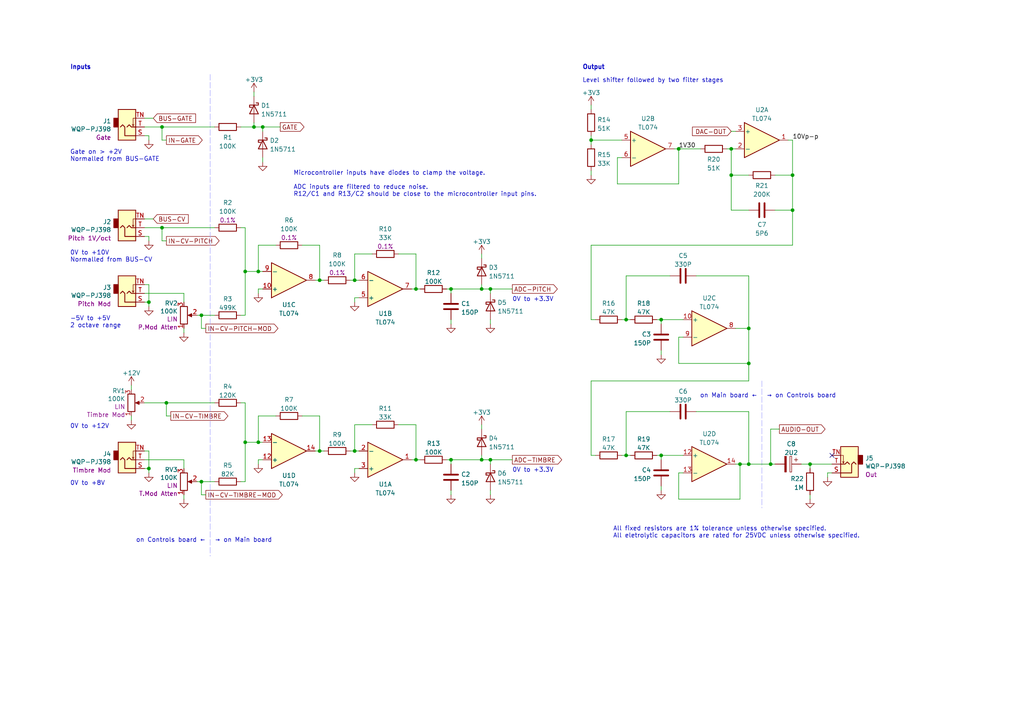
<source format=kicad_sch>
(kicad_sch (version 20231120) (generator "eeschema") (generator_version "8.0")
  (paper "A4")
  (title_block (title "Analog - Eurorack Dexy Module") (date "2023-04-22") (rev "1.0.1") (company "Len Popp") (comment 1 "Copyright © 2023 Len Popp CC BY") (comment 2 "Eurorack digital voice module - 10HP"))
  (lib_symbols
    (symbol "-lmp-diode:1N5711" (pin_numbers hide) (pin_names (offset 1.016) hide)
      (property "Reference" "D" (at 0 2.54 0))
      (property "Value" "1N5711" (at 0 -2.54 0))
      (symbol "1N5711_1_1"
        (pin passive line (at -3.81 0 0) (length 2.54) (name "K") (number "1"))
        (pin passive line (at 3.81 0 180) (length 2.54) (name "A") (number "2"))
      )
    )
    (symbol "-lmp-opamp:TL074" (pin_names (offset 0.127))
      (property "Reference" "U" (at 0 5.08 0))
      (property "Value" "TL074" (at 0 -5.08 0))
      (symbol "TL074_1_1"
        (pin output line (at 7.62 0 180) (length 2.54) (name "~") (number "1"))
        (pin input line (at -7.62 -2.54 0) (length 2.54) (name "-") (number "2"))
        (pin input line (at -7.62 2.54 0) (length 2.54) (name "+") (number "3"))
      )
      (symbol "TL074_2_1"
        (pin input line (at -7.62 2.54 0) (length 2.54) (name "+") (number "5"))
        (pin input line (at -7.62 -2.54 0) (length 2.54) (name "-") (number "6"))
        (pin output line (at 7.62 0 180) (length 2.54) (name "~") (number "7"))
      )
      (symbol "TL074_3_1"
        (pin input line (at -7.62 2.54 0) (length 2.54) (name "+") (number "10"))
        (pin output line (at 7.62 0 180) (length 2.54) (name "~") (number "8"))
        (pin input line (at -7.62 -2.54 0) (length 2.54) (name "-") (number "9"))
      )
      (symbol "TL074_4_1"
        (pin input line (at -7.62 2.54 0) (length 2.54) (name "+") (number "12"))
        (pin input line (at -7.62 -2.54 0) (length 2.54) (name "-") (number "13"))
        (pin output line (at 7.62 0 180) (length 2.54) (name "~") (number "14"))
      )
      (symbol "TL074_5_1"
        (pin power_in line (at -2.54 -7.62 90) (length 3.81) (name "V-") (number "11"))
        (pin power_in line (at -2.54 7.62 270) (length 3.81) (name "V+") (number "4"))
      )
    )
    (symbol "-lmp-power:+12V" (power) (pin_names (offset 0))
      (property "Value" "+12V" (at 0 3.556 0))
      (symbol "+12V_1_1"
        (pin power_in line (at 0 0 90) (length 0) hide (name "+12V") (number "1"))
      )
    )
    (symbol "-lmp-power:+3V3" (power) (pin_names (offset 0))
      (property "Value" "+3V3" (at 0 3.556 0))
      (symbol "+3V3_1_1"
        (pin power_in line (at 0 0 90) (length 0) hide (name "+3V3") (number "1"))
      )
    )
    (symbol "-lmp-power:GND" (power) (pin_numbers hide) (pin_names (offset 0) hide)
      (symbol "GND_1_1"
        (pin power_in line (at 0 0 270) (length 0) hide (name "GND") (number "1"))
      )
    )
    (symbol "-lmp-synth:Jack_WQP-PJ398"
      (property "Reference" "J" (at 0 10.033 0))
      (property "Value" "Jack_WQP-PJ398" (at 0 7.62 0))
      (property "Label" "[label]" (at 0 5.207 0))
      (symbol "Jack_WQP-PJ398_1_1"
        (pin passive line (at 5.08 2.54 180) (length 2.54) (name "~") (number "S"))
        (pin passive line (at 5.08 0 180) (length 2.54) (name "~") (number "T"))
        (pin passive line (at 5.08 -2.54 180) (length 2.54) (name "~") (number "TN"))
      )
    )
    (symbol "-lmp-synth:R_POT_Panel_PCB_Alpha" (pin_names (offset 1.016) hide)
      (property "Reference" "RV" (at -9.144 0 90))
      (property "Value" "R_POT_Panel_PCB_Alpha" (at -7.239 0 90))
      (property "Value2" "[LIN/LOG]" (at -5.207 0 90))
      (property "Label" "[label]" (at -3.175 0 90))
      (symbol "R_POT_Panel_PCB_Alpha_1_1"
        (pin passive line (at 0 3.81 270) (length 1.27) (name "1") (number "1"))
        (pin passive line (at 3.81 0 180) (length 1.27) (name "2") (number "2"))
        (pin passive line (at 0 -3.81 90) (length 1.27) (name "3") (number "3"))
      )
    )
    (symbol "-lmp-synth:R_POT_TRIM_Panel_SongHuei" (pin_names (offset 1.016) hide)
      (property "Reference" "RV" (at -9.144 0 90))
      (property "Value" "R_POT_TRIM_Panel_SongHuei" (at -7.239 0 90))
      (property "Value2" "[LIN/LOG]" (at -5.207 0 90))
      (property "Label" "[label]" (at -3.175 0 90))
      (symbol "R_POT_TRIM_Panel_SongHuei_1_1"
        (pin passive line (at 0 3.81 270) (length 1.27) (name "1") (number "1"))
        (pin passive line (at 3.81 0 180) (length 1.27) (name "2") (number "2"))
        (pin passive line (at 0 -3.81 90) (length 1.27) (name "3") (number "3"))
      )
    )
    (symbol "-lmp:CC" (pin_numbers hide) (pin_names (offset 0.254))
      (property "Reference" "C" (at 0.635 2.54 0))
      (property "Value" "CC" (at 0.635 -2.54 0))
      (symbol "CC_1_1"
        (pin passive line (at 0 3.81 270) (length 2.794) (name "~") (number "1"))
        (pin passive line (at 0 -3.81 90) (length 2.794) (name "~") (number "2"))
      )
    )
    (symbol "-lmp:CP" (pin_numbers hide) (pin_names (offset 0.254))
      (property "Reference" "C" (at 0.635 2.54 0))
      (property "Value" "CP" (at 0.635 -2.54 0))
      (symbol "CP_1_1"
        (pin passive line (at 0 3.81 270) (length 2.794) (name "~") (number "1"))
        (pin passive line (at 0 -3.81 90) (length 2.794) (name "~") (number "2"))
      )
    )
    (symbol "-lmp:R_1%_0W166" (pin_numbers hide) (pin_names (offset 0))
      (property "Reference" "R" (at -2.286 0 90))
      (property "Value" "R_1%_0W166" (at 2.413 0 90))
      (symbol "R_1%_0W166_1_1"
        (pin passive line (at 0 3.81 270) (length 1.27) (name "~") (number "1"))
        (pin passive line (at 0 -3.81 90) (length 1.27) (name "~") (number "2"))
      )
    )
    (symbol "R_100K_Input_1" (pin_numbers hide) (pin_names (offset 0))
      (property "Reference" "R" (at -2.286 0 90))
      (property "Value" "R_100K_Input_1" (at 2.413 0 90))
      (property "Value2" "0.1%" (at 4.445 0 90))
      (symbol "R_100K_Input_1_1_1"
        (pin passive line (at 0 3.81 270) (length 1.27) (name "~") (number "1"))
        (pin passive line (at 0 -3.81 90) (length 1.27) (name "~") (number "2"))
      )
    )
  )
  (junction (at 142.24 133.35))
  (junction (at 217.17 134.62))
  (junction (at 217.17 105.41))
  (junction (at 139.7 133.35))
  (junction (at 73.66 36.83))
  (junction (at 58.42 139.7))
  (junction (at 191.77 92.71))
  (junction (at 217.17 95.25))
  (junction (at 92.71 81.28))
  (junction (at 139.7 83.82))
  (junction (at 181.61 92.71))
  (junction (at 212.09 43.18))
  (junction (at 130.81 133.35))
  (junction (at 120.65 133.35))
  (junction (at 214.63 134.62))
  (junction (at 142.24 83.82))
  (junction (at 212.09 50.8))
  (junction (at 58.42 91.44))
  (junction (at 196.85 43.18))
  (junction (at 46.99 66.04))
  (junction (at 48.26 116.84))
  (junction (at 181.61 132.08))
  (junction (at 76.2 36.83))
  (junction (at 102.87 81.28))
  (junction (at 92.71 130.81))
  (junction (at 191.77 132.08))
  (junction (at 71.12 128.27))
  (junction (at 229.87 60.96))
  (junction (at 229.87 50.8))
  (junction (at 130.81 83.82))
  (junction (at 71.12 78.74))
  (junction (at 120.65 83.82))
  (junction (at 74.93 128.27))
  (junction (at 43.18 135.89))
  (junction (at 171.45 40.64))
  (junction (at 102.87 130.81))
  (junction (at 74.93 78.74))
  (junction (at 223.52 134.62))
  (junction (at 234.95 134.62))
  (junction (at 46.99 36.83))
  (junction (at 43.18 87.63))
  (no_connect (at 241.3 132.08))
  (wire (pts (xy 38.1 113.03) (xy 38.1 111.76)))
  (wire (pts (xy 171.45 49.53) (xy 171.45 50.8)))
  (wire (pts (xy 76.2 83.82) (xy 74.93 83.82)))
  (wire (pts (xy 43.18 135.89) (xy 43.18 137.16)))
  (wire (pts (xy 171.45 40.64) (xy 171.45 41.91)))
  (wire (pts (xy 46.99 69.85) (xy 48.26 69.85)))
  (wire (pts (xy 119.38 83.82) (xy 120.65 83.82)))
  (polyline (pts (xy 60.96 21.59) (xy 60.96 161.29)) (stroke (width 0) (type dash) (color 168 168 255 1)))
  (wire (pts (xy 58.42 139.7) (xy 58.42 143.51)))
  (wire (pts (xy 101.6 130.81) (xy 102.87 130.81)))
  (wire (pts (xy 179.07 45.72) (xy 180.34 45.72)))
  (wire (pts (xy 171.45 40.64) (xy 180.34 40.64)))
  (wire (pts (xy 73.66 26.67) (xy 73.66 27.94)))
  (wire (pts (xy 181.61 92.71) (xy 182.88 92.71)))
  (wire (pts (xy 41.91 68.58) (xy 43.18 68.58)))
  (wire (pts (xy 130.81 133.35) (xy 130.81 134.62)))
  (wire (pts (xy 223.52 124.46) (xy 223.52 134.62)))
  (wire (pts (xy 41.91 85.09) (xy 53.34 85.09)))
  (wire (pts (xy 76.2 46.99) (xy 76.2 45.72)))
  (wire (pts (xy 130.81 93.98) (xy 130.81 92.71)))
  (wire (pts (xy 74.93 71.12) (xy 74.93 78.74)))
  (wire (pts (xy 102.87 81.28) (xy 104.14 81.28)))
  (wire (pts (xy 48.26 40.64) (xy 46.99 40.64)))
  (wire (pts (xy 217.17 119.38) (xy 201.93 119.38)))
  (wire (pts (xy 129.54 133.35) (xy 130.81 133.35)))
  (wire (pts (xy 41.91 82.55) (xy 43.18 82.55)))
  (wire (pts (xy 92.71 81.28) (xy 92.71 71.12)))
  (wire (pts (xy 59.69 95.25) (xy 58.42 95.25)))
  (wire (pts (xy 59.69 143.51) (xy 58.42 143.51)))
  (wire (pts (xy 194.31 80.01) (xy 181.61 80.01)))
  (wire (pts (xy 181.61 132.08) (xy 182.88 132.08)))
  (polyline (pts (xy 220.98 110.49) (xy 220.98 147.32)) (stroke (width 0) (type dash) (color 168 168 255 1)))
  (wire (pts (xy 41.91 36.83) (xy 46.99 36.83)))
  (wire (pts (xy 41.91 63.5) (xy 44.45 63.5)))
  (wire (pts (xy 212.09 60.96) (xy 217.17 60.96)))
  (wire (pts (xy 130.81 143.51) (xy 130.81 142.24)))
  (wire (pts (xy 234.95 134.62) (xy 234.95 135.89)))
  (wire (pts (xy 142.24 83.82) (xy 148.59 83.82)))
  (wire (pts (xy 191.77 92.71) (xy 198.12 92.71)))
  (wire (pts (xy 120.65 83.82) (xy 120.65 73.66)))
  (wire (pts (xy 69.85 36.83) (xy 73.66 36.83)))
  (wire (pts (xy 73.66 36.83) (xy 76.2 36.83)))
  (wire (pts (xy 91.44 130.81) (xy 92.71 130.81)))
  (wire (pts (xy 102.87 135.89) (xy 102.87 137.16)))
  (wire (pts (xy 196.85 105.41) (xy 217.17 105.41)))
  (wire (pts (xy 142.24 143.51) (xy 142.24 142.24)))
  (wire (pts (xy 171.45 132.08) (xy 172.72 132.08)))
  (wire (pts (xy 223.52 124.46) (xy 226.06 124.46)))
  (wire (pts (xy 80.01 120.65) (xy 74.93 120.65)))
  (wire (pts (xy 43.18 39.37) (xy 43.18 40.64)))
  (wire (pts (xy 41.91 39.37) (xy 43.18 39.37)))
  (wire (pts (xy 41.91 87.63) (xy 43.18 87.63)))
  (wire (pts (xy 240.03 137.16) (xy 240.03 138.43)))
  (wire (pts (xy 217.17 105.41) (xy 217.17 110.49)))
  (wire (pts (xy 142.24 93.98) (xy 142.24 92.71)))
  (wire (pts (xy 120.65 133.35) (xy 120.65 123.19)))
  (wire (pts (xy 191.77 133.35) (xy 191.77 132.08)))
  (wire (pts (xy 102.87 86.36) (xy 102.87 87.63)))
  (wire (pts (xy 241.3 137.16) (xy 240.03 137.16)))
  (wire (pts (xy 71.12 116.84) (xy 71.12 128.27)))
  (wire (pts (xy 119.38 133.35) (xy 120.65 133.35)))
  (wire (pts (xy 214.63 144.78) (xy 196.85 144.78)))
  (wire (pts (xy 107.95 123.19) (xy 102.87 123.19)))
  (wire (pts (xy 80.01 71.12) (xy 74.93 71.12)))
  (wire (pts (xy 180.34 132.08) (xy 181.61 132.08)))
  (wire (pts (xy 71.12 78.74) (xy 71.12 91.44)))
  (wire (pts (xy 212.09 50.8) (xy 212.09 60.96)))
  (wire (pts (xy 71.12 66.04) (xy 71.12 78.74)))
  (wire (pts (xy 217.17 95.25) (xy 217.17 105.41)))
  (wire (pts (xy 139.7 82.55) (xy 139.7 83.82)))
  (wire (pts (xy 53.34 144.78) (xy 53.34 143.51)))
  (wire (pts (xy 191.77 93.98) (xy 191.77 92.71)))
  (wire (pts (xy 196.85 43.18) (xy 196.85 53.34)))
  (wire (pts (xy 38.1 120.65) (xy 38.1 121.92)))
  (wire (pts (xy 76.2 133.35) (xy 74.93 133.35)))
  (wire (pts (xy 181.61 119.38) (xy 181.61 132.08)))
  (wire (pts (xy 191.77 102.87) (xy 191.77 101.6)))
  (wire (pts (xy 41.91 135.89) (xy 43.18 135.89)))
  (wire (pts (xy 48.26 116.84) (xy 48.26 120.65)))
  (wire (pts (xy 41.91 66.04) (xy 46.99 66.04)))
  (wire (pts (xy 74.93 133.35) (xy 74.93 134.62)))
  (wire (pts (xy 234.95 143.51) (xy 234.95 144.78)))
  (wire (pts (xy 92.71 120.65) (xy 87.63 120.65)))
  (wire (pts (xy 102.87 73.66) (xy 102.87 81.28)))
  (wire (pts (xy 212.09 43.18) (xy 212.09 50.8)))
  (wire (pts (xy 41.91 34.29) (xy 44.45 34.29)))
  (wire (pts (xy 101.6 81.28) (xy 102.87 81.28)))
  (wire (pts (xy 217.17 95.25) (xy 217.17 80.01)))
  (wire (pts (xy 217.17 80.01) (xy 201.93 80.01)))
  (wire (pts (xy 120.65 83.82) (xy 121.92 83.82)))
  (wire (pts (xy 130.81 133.35) (xy 139.7 133.35)))
  (wire (pts (xy 179.07 53.34) (xy 179.07 45.72)))
  (wire (pts (xy 41.91 130.81) (xy 43.18 130.81)))
  (wire (pts (xy 210.82 43.18) (xy 212.09 43.18)))
  (wire (pts (xy 214.63 134.62) (xy 214.63 144.78)))
  (wire (pts (xy 171.45 71.12) (xy 171.45 92.71)))
  (wire (pts (xy 104.14 86.36) (xy 102.87 86.36)))
  (wire (pts (xy 46.99 66.04) (xy 46.99 69.85)))
  (wire (pts (xy 196.85 137.16) (xy 198.12 137.16)))
  (wire (pts (xy 48.26 116.84) (xy 62.23 116.84)))
  (wire (pts (xy 43.18 130.81) (xy 43.18 135.89)))
  (wire (pts (xy 53.34 95.25) (xy 53.34 96.52)))
  (wire (pts (xy 92.71 81.28) (xy 93.98 81.28)))
  (wire (pts (xy 196.85 97.79) (xy 198.12 97.79)))
  (wire (pts (xy 76.2 36.83) (xy 81.28 36.83)))
  (wire (pts (xy 74.93 83.82) (xy 74.93 85.09)))
  (wire (pts (xy 69.85 139.7) (xy 71.12 139.7)))
  (wire (pts (xy 130.81 83.82) (xy 130.81 85.09)))
  (wire (pts (xy 194.31 119.38) (xy 181.61 119.38)))
  (wire (pts (xy 46.99 36.83) (xy 62.23 36.83)))
  (wire (pts (xy 229.87 40.64) (xy 228.6 40.64)))
  (wire (pts (xy 71.12 128.27) (xy 74.93 128.27)))
  (wire (pts (xy 229.87 71.12) (xy 229.87 60.96)))
  (wire (pts (xy 196.85 105.41) (xy 196.85 97.79)))
  (wire (pts (xy 76.2 38.1) (xy 76.2 36.83)))
  (wire (pts (xy 180.34 92.71) (xy 181.61 92.71)))
  (wire (pts (xy 71.12 128.27) (xy 71.12 139.7)))
  (wire (pts (xy 171.45 30.48) (xy 171.45 31.75)))
  (wire (pts (xy 171.45 39.37) (xy 171.45 40.64)))
  (wire (pts (xy 171.45 71.12) (xy 229.87 71.12)))
  (wire (pts (xy 43.18 87.63) (xy 43.18 88.9)))
  (wire (pts (xy 171.45 110.49) (xy 171.45 132.08)))
  (wire (pts (xy 53.34 133.35) (xy 53.34 135.89)))
  (wire (pts (xy 224.79 134.62) (xy 223.52 134.62)))
  (wire (pts (xy 46.99 66.04) (xy 62.23 66.04)))
  (wire (pts (xy 41.91 116.84) (xy 48.26 116.84)))
  (wire (pts (xy 69.85 116.84) (xy 71.12 116.84)))
  (wire (pts (xy 102.87 130.81) (xy 104.14 130.81)))
  (wire (pts (xy 58.42 91.44) (xy 58.42 95.25)))
  (wire (pts (xy 73.66 35.56) (xy 73.66 36.83)))
  (wire (pts (xy 48.26 120.65) (xy 49.53 120.65)))
  (wire (pts (xy 57.15 91.44) (xy 58.42 91.44)))
  (wire (pts (xy 217.17 119.38) (xy 217.17 134.62)))
  (wire (pts (xy 71.12 66.04) (xy 69.85 66.04)))
  (wire (pts (xy 107.95 73.66) (xy 102.87 73.66)))
  (wire (pts (xy 139.7 73.66) (xy 139.7 74.93)))
  (wire (pts (xy 142.24 133.35) (xy 148.59 133.35)))
  (wire (pts (xy 196.85 144.78) (xy 196.85 137.16)))
  (wire (pts (xy 41.91 133.35) (xy 53.34 133.35)))
  (wire (pts (xy 74.93 78.74) (xy 76.2 78.74)))
  (wire (pts (xy 212.09 50.8) (xy 217.17 50.8)))
  (wire (pts (xy 181.61 80.01) (xy 181.61 92.71)))
  (wire (pts (xy 69.85 91.44) (xy 71.12 91.44)))
  (wire (pts (xy 129.54 83.82) (xy 130.81 83.82)))
  (wire (pts (xy 120.65 73.66) (xy 115.57 73.66)))
  (wire (pts (xy 142.24 134.62) (xy 142.24 133.35)))
  (wire (pts (xy 241.3 134.62) (xy 234.95 134.62)))
  (wire (pts (xy 92.71 130.81) (xy 93.98 130.81)))
  (wire (pts (xy 139.7 83.82) (xy 142.24 83.82)))
  (wire (pts (xy 213.36 95.25) (xy 217.17 95.25)))
  (wire (pts (xy 91.44 81.28) (xy 92.71 81.28)))
  (wire (pts (xy 92.71 71.12) (xy 87.63 71.12)))
  (wire (pts (xy 104.14 135.89) (xy 102.87 135.89)))
  (wire (pts (xy 58.42 91.44) (xy 62.23 91.44)))
  (wire (pts (xy 190.5 92.71) (xy 191.77 92.71)))
  (wire (pts (xy 229.87 60.96) (xy 229.87 50.8)))
  (wire (pts (xy 224.79 60.96) (xy 229.87 60.96)))
  (wire (pts (xy 212.09 43.18) (xy 213.36 43.18)))
  (wire (pts (xy 46.99 36.83) (xy 46.99 40.64)))
  (wire (pts (xy 43.18 68.58) (xy 43.18 69.85)))
  (wire (pts (xy 74.93 128.27) (xy 76.2 128.27)))
  (wire (pts (xy 139.7 133.35) (xy 142.24 133.35)))
  (wire (pts (xy 57.15 139.7) (xy 58.42 139.7)))
  (wire (pts (xy 195.58 43.18) (xy 196.85 43.18)))
  (wire (pts (xy 214.63 134.62) (xy 217.17 134.62)))
  (wire (pts (xy 102.87 123.19) (xy 102.87 130.81)))
  (wire (pts (xy 120.65 123.19) (xy 115.57 123.19)))
  (wire (pts (xy 43.18 82.55) (xy 43.18 87.63)))
  (wire (pts (xy 92.71 130.81) (xy 92.71 120.65)))
  (wire (pts (xy 229.87 50.8) (xy 229.87 40.64)))
  (wire (pts (xy 71.12 78.74) (xy 74.93 78.74)))
  (wire (pts (xy 224.79 50.8) (xy 229.87 50.8)))
  (wire (pts (xy 191.77 142.24) (xy 191.77 140.97)))
  (wire (pts (xy 191.77 132.08) (xy 198.12 132.08)))
  (wire (pts (xy 142.24 85.09) (xy 142.24 83.82)))
  (wire (pts (xy 190.5 132.08) (xy 191.77 132.08)))
  (wire (pts (xy 212.09 38.1) (xy 213.36 38.1)))
  (wire (pts (xy 196.85 43.18) (xy 203.2 43.18)))
  (wire (pts (xy 171.45 110.49) (xy 217.17 110.49)))
  (wire (pts (xy 74.93 120.65) (xy 74.93 128.27)))
  (wire (pts (xy 120.65 133.35) (xy 121.92 133.35)))
  (wire (pts (xy 223.52 134.62) (xy 217.17 134.62)))
  (wire (pts (xy 53.34 85.09) (xy 53.34 87.63)))
  (wire (pts (xy 171.45 92.71) (xy 172.72 92.71)))
  (wire (pts (xy 58.42 139.7) (xy 62.23 139.7)))
  (wire (pts (xy 139.7 132.08) (xy 139.7 133.35)))
  (wire (pts (xy 234.95 134.62) (xy 232.41 134.62)))
  (wire (pts (xy 213.36 134.62) (xy 214.63 134.62)))
  (wire (pts (xy 196.85 53.34) (xy 179.07 53.34)))
  (wire (pts (xy 139.7 123.19) (xy 139.7 124.46)))
  (wire (pts (xy 130.81 83.82) (xy 139.7 83.82)))
  (text "0V to +10V\nNormalled from BUS-CV" (at 20.32 76.2 0) (effects (font (size 1.27 1.27)) (justify left bottom)))
  (text "on Main board ←" (at 219.71 115.57 0) (effects (font (size 1.27 1.27)) (justify right bottom)))
  (text "All fixed resistors are 1% tolerance unless otherwise specified.\nAll eletrolytic capacitors are rated for 25VDC unless otherwise specified." (at 177.8 156.21 0) (effects (font (size 1.27 1.27)) (justify left bottom)))
  (text "0V to +3.3V" (at 148.59 87.63 0) (effects (font (size 1.27 1.27)) (justify left bottom)))
  (text "0V to +12V" (at 20.32 124.46 0) (effects (font (size 1.27 1.27)) (justify left bottom)))
  (text "0V to +8V" (at 20.32 140.97 0) (effects (font (size 1.27 1.27)) (justify left bottom)))
  (text "0V to +3.3V" (at 148.59 137.16 0) (effects (font (size 1.27 1.27)) (justify left bottom)))
  (text "Microcontroller inputs have diodes to clamp the voltage.\n\nADC inputs are filtered to reduce noise. \nR12/C1 and R13/C2 should be close to the microcontroller input pins." (at 85.09 57.15 0) (effects (font (size 1.27 1.27)) (justify left bottom)))
  (text "Gate on > +2V\nNormalled from BUS-GATE" (at 20.32 46.99 0) (effects (font (size 1.27 1.27)) (justify left bottom)))
  (text "→ on Main board" (at 62.23 157.48 0) (effects (font (size 1.27 1.27)) (justify left bottom)))
  (text "on Controls board ←" (at 59.69 157.48 0) (effects (font (size 1.27 1.27)) (justify right bottom)))
  (text "Level shifter followed by two filter stages" (at 168.91 24.13 0) (effects (font (size 1.27 1.27)) (justify left bottom)))
  (text "Output" (at 168.91 20.32 0) (effects (font (size 1.27 1.27) (thickness 0.254) (bold yes)) (justify left bottom)))
  (text "→ on Controls board" (at 222.25 115.57 0) (effects (font (size 1.27 1.27)) (justify left bottom)))
  (text "Inputs" (at 20.32 20.32 0) (effects (font (size 1.27 1.27) (thickness 0.254) (bold yes)) (justify left bottom)))
  (text "Digital & Misc" (at 304.8 21.59 0) (effects (font (size 2.54 2.54) (thickness 0.508) (bold yes)) (justify left bottom)))
  (text "-5V to +5V\n2 octave range" (at 20.32 95.25 0) (effects (font (size 1.27 1.27)) (justify left bottom)))
  (label "1V30" (at 196.85 43.18 0))
  (label "10Vp-p" (at 229.87 40.64 0))
  (global_label "IN-CV-TIMBRE-MOD" (shape output) (at 59.69 143.51 0) (property "Intersheetrefs" "${INTERSHEET_REFS}" (effects (hide yes))))
  (global_label "BUS-GATE" (shape input) (at 44.45 34.29 0) (property "Intersheetrefs" "${INTERSHEET_REFS}" (effects (hide yes))))
  (global_label "AUDIO-OUT" (shape output) (at 226.06 124.46 0) (property "Intersheetrefs" "${INTERSHEET_REFS}" (effects (hide yes))))
  (global_label "IN-GATE" (shape output) (at 48.26 40.64 0) (property "Intersheetrefs" "${INTERSHEET_REFS}" (effects (hide yes))))
  (global_label "IN-CV-PITCH" (shape output) (at 48.26 69.85 0) (property "Intersheetrefs" "${INTERSHEET_REFS}" (effects (hide yes))))
  (global_label "IN-CV-PITCH-MOD" (shape output) (at 59.69 95.25 0) (property "Intersheetrefs" "${INTERSHEET_REFS}" (effects (hide yes))))
  (global_label "BUS-CV" (shape input) (at 44.45 63.5 0) (property "Intersheetrefs" "${INTERSHEET_REFS}" (effects (hide yes))))
  (global_label "GATE" (shape output) (at 81.28 36.83 0) (property "Intersheetrefs" "${INTERSHEET_REFS}" (effects (hide yes))))
  (global_label "ADC-PITCH" (shape output) (at 148.59 83.82 0) (property "Intersheetrefs" "${INTERSHEET_REFS}" (effects (hide yes))))
  (global_label "ADC-TIMBRE" (shape output) (at 148.59 133.35 0) (property "Intersheetrefs" "${INTERSHEET_REFS}" (effects (hide yes))))
  (global_label "DAC-OUT" (shape input) (at 212.09 38.1 180) (property "Intersheetrefs" "${INTERSHEET_REFS}" (effects (hide yes))))
  (global_label "IN-CV-TIMBRE" (shape output) (at 49.53 120.65 0) (property "Intersheetrefs" "${INTERSHEET_REFS}" (effects (hide yes))))
  (symbol (lib_id "-lmp-synth:Jack_WQP-PJ398") (at 36.83 36.83 0) (mirror x) (unit 1)
    (property "Reference" "J1" (at 32.258 35.1282 0) (effects (justify right)))
    (property "Value" "WQP-PJ398" (at 32.258 37.4396 0) (effects (justify right)))
    (property "Footprint" "-lmp-synth:Jack_3.5mm_QingPu_WQP-PJ398SM_Vertical" (effects (hide yes)))
    (property "Datasheet" "http://www.qingpu-electronics.com/en/products/WQP-PJ398SM-362.html" (effects (hide yes)))
    (property "Label" "Gate" (at 32.258 39.878 0) (effects (justify right)))
    (property "Manufacturer" "QingPu / Thonk" (effects (hide yes)))
    (property "ManufacturerPartNum" "PJ398SM / WQP518MA" (effects (hide yes)))
    (property "Distributor" "Thonk" (effects (hide yes)))
    (property "DistributorPartNum" "PJ398SM" (effects (hide yes)))
    (property "DistributorPartLink" "https://www.thonk.co.uk/shop/thonkiconn/" (effects (hide yes)))
    (property "Distributor2" "SynthCube" (effects (hide yes)))
    (property "Distributor3" "Adafruit" (effects (hide yes)))
    (property "DistributorPartLink2" "https://synthcube.com/cart/3-5mm-euro-jacks" (effects (hide yes)))
    (property "DistributorPartLink3" "https://www.adafruit.com/product/4031" (effects (hide yes)))
    (property "DistributorPartNum2" "WQP518MA" (effects (hide yes)))
    (property "DistributorPartNum3" "4031" (effects (hide yes)))
  )
  (symbol (lib_id "-lmp-power:GND") (at 43.18 88.9 0) (unit 1)
    (property "Reference" "#PWR05" (effects (hide yes)))
    (property "Value" "GND" (effects (hide yes)))
  )
  (symbol (lib_id "-lmp-diode:1N5711") (at 142.24 88.9 270) (unit 1)
    (property "Reference" "D5" (at 144.272 87.7478 90) (effects (justify left)))
    (property "Value" "1N5711" (at 144.272 90.2847 90) (effects (justify left)))
    (property "Footprint" "Diode_THT:D_DO-35_SOD27_P7.62mm_Horizontal" (effects (hide yes)))
    (property "Datasheet" "https://www.mouser.ca/datasheet/2/389/cd00000759-1795802.pdf" (effects (hide yes)))
    (property "Manufacturer" "STMicroelectronics" (effects (hide yes)))
    (property "ManufacturerPartNum" "1N5711" (effects (hide yes)))
    (property "Distributor" "Mouser" (effects (hide yes)))
    (property "DistributorPartNum" "511-1N5711" (effects (hide yes)))
    (property "DistributorPartLink" "https://www.mouser.ca/ProductDetail/STMicroelectronics/1N5711?qs=FITO%2F%2FQgYDnH7pJ7rS2FRA%3D%3D" (effects (hide yes)))
  )
  (symbol (lib_id "-lmp-power:GND") (at 234.95 144.78 0) (unit 1)
    (property "Reference" "#PWR042" (effects (hide yes)))
    (property "Value" "GND" (effects (hide yes)))
  )
  (symbol (lib_id "-lmp-power:GND") (at 43.18 40.64 0) (unit 1)
    (property "Reference" "#PWR03" (effects (hide yes)))
    (property "Value" "GND" (effects (hide yes)))
  )
  (symbol (lib_id "-lmp-power:GND") (at 130.81 93.98 0) (unit 1)
    (property "Reference" "#PWR015" (effects (hide yes)))
    (property "Value" "GND" (effects (hide yes)))
  )
  (symbol (lib_id "-lmp:R_1%_0W166") (at 97.79 130.81 90) (unit 1)
    (property "Reference" "R9" (at 97.79 126.0942 90))
    (property "Value" "100K" (at 97.79 128.6311 90))
    (property "Footprint" "-lmp-misc:R_Axial_DIN0207_L6.3mm_D2.5mm_P7.62mm_Horizontal" (effects (hide yes)))
    (property "Datasheet" "https://www.mouser.ca/datasheet/2/447/Yageo_LR_MFR_1-1714151.pdf" (effects (hide yes)))
    (property "Manufacturer" "YAGEO" (effects (hide yes)))
    (property "ManufacturerPartNum" "MFR-12FTF52-100K" (effects (hide yes)))
    (property "Distributor" "Mouser" (effects (hide yes)))
    (property "DistributorPartNum" " 603-MFR-12FTF52-100K" (effects (hide yes)))
    (property "DistributorPartLink" "https://www.mouser.ca/c/?m=YAGEO&power+rating=166+mW+(1%2f6+W)&tolerance=1+%25&instock=y" (effects (hide yes)))
    (property "Value2" "1%, 1/6 W" (effects (hide yes)))
  )
  (symbol (lib_id "-lmp-synth:Jack_WQP-PJ398") (at 36.83 66.04 0) (mirror x) (unit 1)
    (property "Reference" "J2" (at 32.258 64.3382 0) (effects (justify right)))
    (property "Value" "WQP-PJ398" (at 32.258 66.6496 0) (effects (justify right)))
    (property "Footprint" "-lmp-synth:Jack_3.5mm_QingPu_WQP-PJ398SM_Vertical" (effects (hide yes)))
    (property "Datasheet" "http://www.qingpu-electronics.com/en/products/WQP-PJ398SM-362.html" (effects (hide yes)))
    (property "Label" "Pitch 1V/oct" (at 32.258 69.088 0) (effects (justify right)))
    (property "Manufacturer" "QingPu / Thonk" (effects (hide yes)))
    (property "ManufacturerPartNum" "PJ398SM / WQP518MA" (effects (hide yes)))
    (property "Distributor" "Thonk" (effects (hide yes)))
    (property "DistributorPartNum" "PJ398SM" (effects (hide yes)))
    (property "DistributorPartLink" "https://www.thonk.co.uk/shop/thonkiconn/" (effects (hide yes)))
    (property "Distributor2" "SynthCube" (effects (hide yes)))
    (property "Distributor3" "Adafruit" (effects (hide yes)))
    (property "DistributorPartLink2" "https://synthcube.com/cart/3-5mm-euro-jacks" (effects (hide yes)))
    (property "DistributorPartLink3" "https://www.adafruit.com/product/4031" (effects (hide yes)))
    (property "DistributorPartNum2" "WQP518MA" (effects (hide yes)))
    (property "DistributorPartNum3" "4031" (effects (hide yes)))
  )
  (symbol (lib_id "-lmp-power:GND") (at 240.03 138.43 0) (mirror y) (unit 1)
    (property "Reference" "#PWR026" (effects (hide yes)))
    (property "Value" "GND" (effects (hide yes)))
  )
  (symbol (lib_id "-lmp:R_1%_0W166") (at 66.04 139.7 90) (unit 1)
    (property "Reference" "R5" (at 66.04 134.9842 90))
    (property "Value" "82K" (at 66.04 137.5211 90))
    (property "Footprint" "-lmp-misc:R_Axial_DIN0207_L6.3mm_D2.5mm_P7.62mm_Horizontal" (effects (hide yes)))
    (property "Datasheet" "https://www.mouser.ca/datasheet/2/447/Yageo_LR_MFR_1-1714151.pdf" (effects (hide yes)))
    (property "Manufacturer" "YAGEO" (effects (hide yes)))
    (property "ManufacturerPartNum" "MFR-12FTF52-82K" (effects (hide yes)))
    (property "Distributor" "Mouser" (effects (hide yes)))
    (property "DistributorPartNum" "603-MFR-12FTF52-82K" (effects (hide yes)))
    (property "DistributorPartLink" "https://www.mouser.ca/ProductDetail/YAGEO/MFR-12FTF52-82K?qs=oAGoVhmvjhyiYkR5xm7nvQ%3D%3D" (effects (hide yes)))
    (property "Value2" "1%, 1/6 W" (effects (hide yes)))
  )
  (symbol (lib_id "-lmp:CC") (at 191.77 137.16 0) (unit 1)
    (property "Reference" "C4" (at 188.849 136.3253 0) (effects (justify right)))
    (property "Value" "150P" (at 188.849 138.8622 0) (effects (justify right)))
    (property "Footprint" "-lmp-misc:C_Disc_D5.0mm_W2.5mm_P2.50mm" (effects (hide yes)))
    (property "Datasheet" "https://www.mouser.ca/datasheet/2/427/kseries-1763315.pdf" (effects (hide yes)))
    (property "Value2" "C0G/NP0" (effects (hide yes)))
    (property "Distributor" "Mouser" (effects (hide yes)))
    (property "DistributorPartLink" "https://www.mouser.ca/ProductDetail/?qs=B4Lc6Tv24ta3ZLBKnPGbzg%3D%3D" (effects (hide yes)))
    (property "DistributorPartNum" "594-K151J15C0GF5TL2" (effects (hide yes)))
    (property "Manufacturer" "Vishay/BC" (effects (hide yes)))
    (property "ManufacturerPartNum" "K151J15C0GF5TL2" (effects (hide yes)))
  )
  (symbol (lib_id "-lmp:CC") (at 198.12 80.01 90) (unit 1)
    (property "Reference" "C5" (at 198.12 74.1512 90))
    (property "Value" "330P" (at 198.12 76.6881 90))
    (property "Footprint" "-lmp-misc:C_Rect_L7.2mm_W4.5mm_P5.00mm" (effects (hide yes)))
    (property "Datasheet" "https://www.mouser.ca/datasheet/2/212/1/KEM_F3036_PFR-1102852.pdf" (effects (hide yes)))
    (property "Distributor" "Mouser" (effects (hide yes)))
    (property "DistributorPartLink" "https://www.mouser.ca/ProductDetail/KEMET/PFR5331J63J11L4BULK?qs=RAUrRqLvb8x1Co6Xi6dz2Q%3D%3D" (effects (hide yes)))
    (property "DistributorPartNum" "80-PFR5331J63J11L4" (effects (hide yes)))
    (property "Manufacturer" "KEMET" (effects (hide yes)))
    (property "ManufacturerPartNum" "PFR5331J63J11L4BULK" (effects (hide yes)))
  )
  (symbol (lib_id "-lmp:CP") (at 228.6 134.62 270) (unit 1)
    (property "Reference" "C8" (at 229.489 128.7612 90))
    (property "Value" "2U2" (at 229.489 131.2981 90))
    (property "Footprint" "-lmp-misc:CP_Radial_L7.0mm_D4.0mm_P2.50mm_Horiz" (effects (hide yes)))
    (property "Datasheet" "https://www.mouser.ca/datasheet/2/315/ABA0000C1050-947578.pdf" (effects (hide yes)))
    (property "Manufacturer" "Panasonic" (effects (hide yes)))
    (property "ManufacturerPartNum" "ECE-A1HKA2R2I" (effects (hide yes)))
    (property "Distributor" "Mouser" (effects (hide yes)))
    (property "DistributorPartNum" "667-ECE-A1HKA2R2I" (effects (hide yes)))
    (property "DistributorPartLink" "https://www.mouser.ca/ProductDetail/Panasonic/ECE-A1HKA2R2I?qs=rMMd5vBiahrhdq9%252B4ZL1Iw%3D%3D" (effects (hide yes)))
  )
  (symbol (lib_id "-lmp-opamp:TL074") (at 187.96 43.18 0) (unit 2)
    (property "Reference" "U2" (at 187.96 34.4002 0))
    (property "Value" "TL074" (at 187.96 36.9371 0))
    (property "Footprint" "Package_DIP:DIP-14_W7.62mm" (effects (hide yes)))
    (property "Datasheet" "http://www.ti.com/lit/ds/symlink/tl071.pdf" (effects (hide yes)))
    (property "Manufacturer" "Texas Instruments" (effects (hide yes)))
    (property "ManufacturerPartNum" "TL074BCN" (effects (hide yes)))
    (property "Distributor" "Mouser" (effects (hide yes)))
    (property "DistributorPartNum" "595-TL074BCN" (effects (hide yes)))
    (property "DistributorPartLink" "https://www.mouser.ca/ProductDetail/?qs=vxEfx8VrU7BHurOY5iQdiA%3D%3D" (effects (hide yes)))
  )
  (symbol (lib_id "-lmp:R_1%_0W166") (at 171.45 35.56 0) (unit 1)
    (property "Reference" "R14" (at 173.228 34.7253 0) (effects (justify left)))
    (property "Value" "51K" (at 173.228 37.2622 0) (effects (justify left)))
    (property "Footprint" "-lmp-misc:R_Axial_DIN0207_L6.3mm_D2.5mm_P7.62mm_Horizontal" (effects (hide yes)))
    (property "Datasheet" "https://www.mouser.ca/datasheet/2/447/Yageo_LR_MFR_1-1714151.pdf" (effects (hide yes)))
    (property "Manufacturer" "YAGEO" (effects (hide yes)))
    (property "ManufacturerPartNum" "MFR-12FTF52-51K" (effects (hide yes)))
    (property "Distributor" "Mouser" (effects (hide yes)))
    (property "DistributorPartNum" "603-MFR-12FTF52-51K" (effects (hide yes)))
    (property "DistributorPartLink" "https://www.mouser.ca/ProductDetail/YAGEO/MFR-12FTF52-51K?qs=oAGoVhmvjhy5C2QaHQSPTA%3D%3D" (effects (hide yes)))
    (property "Value2" "1%, 1/6 W" (effects (hide yes)))
  )
  (symbol (lib_id "-lmp-synth:R_POT_Panel_PCB_Alpha") (at 38.1 116.84 0) (mirror x) (unit 1)
    (property "Reference" "RV1" (at 36.3474 113.3602 0) (effects (justify right)))
    (property "Value" "100K" (at 36.3474 115.6716 0) (effects (justify right)))
    (property "Footprint" "-lmp-synth:Potentiometer_Alpha_RD901F-40-00D_Single_Vertical" (effects (hide yes)))
    (property "Datasheet" "https://www.mouser.ca/datasheet/2/13/alpha_taiwan_08192019_RD901F-40-15R1-B(resistance_-1627810.pdf" (effects (hide yes)))
    (property "Value2" "LIN" (at 36.3474 117.983 0) (effects (justify right)))
    (property "Label" "Timbre Mod" (at 36.3474 120.2944 0) (effects (justify right)))
    (property "Manufacturer" "Alpha" (effects (hide yes)))
    (property "ManufacturerPartNum" "RD901F-*" (effects (hide yes)))
    (property "Distributor" "Thonk" (effects (hide yes)))
    (property "DistributorPartNum" "Group_Pot_Alpha_6.35mm" (effects (hide yes)))
    (property "DistributorPartLink" "https://www.thonk.co.uk/shop/alpha-9mm-pots/" (effects (hide yes)))
    (property "Distributor2" "Mouser" (effects (hide yes)))
    (property "Distributor3" "SynthCube" (effects (hide yes)))
    (property "DistributorPartLink2" "https://www.mouser.ca/c/passive-components/potentiometers-trimmers-rheostats/potentiometers/?q=RD901F&orientation=Vertical" (effects (hide yes)))
    (property "DistributorPartLink3" "https://synthcube.com/cart/alpha-9mm-potentiometer-right-angle-pcb-mount-6-35mm-round-shaft" (effects (hide yes)))
    (property "DistributorPartNum2" "311-1940F-*" (effects (hide yes)))
    (property "DistributorPartNum3" "9MMALPHAPOTMSTR" (effects (hide yes)))
  )
  (symbol (lib_name "R_100K_Input_1") (lib_id "-lmp-synth:R_100K_Input") (at 83.82 71.12 90) (unit 1)
    (property "Reference" "R6" (at 83.82 63.8674 90))
    (property "Value" "100K" (at 83.82 66.4043 90))
    (property "Footprint" "-lmp-misc:R_Axial_DIN0207_L6.3mm_D2.5mm_P7.62mm_Horizontal" (effects (hide yes)))
    (property "Datasheet" "https://www.mouser.ca/datasheet/2/427/cmfmil-1762972.pdf" (effects (hide yes)))
    (property "Value2" "0.1%" (at 83.82 68.9412 90))
    (property "Distributor" "Mouser" (effects (hide yes)))
    (property "Manufacturer" "Vishay / Dale" (effects (hide yes)))
    (property "ManufacturerPartNum" "RN55C1003BRE6" (effects (hide yes)))
    (property "DistributorPartNum" "71-RN55C-B-100K/R" (effects (hide yes)))
    (property "DistributorPartLink" "https://www.mouser.ca/ProductDetail/Vishay-Dale/RN55C1003BRE6?qs=sGAEpiMZZMsPqMdJzcrNws7FjRh4yjnCEY%2FA9CHAEes%3D" (effects (hide yes)))
  )
  (symbol (lib_id "-lmp-diode:1N5711") (at 142.24 138.43 270) (unit 1)
    (property "Reference" "D6" (at 144.272 137.2778 90) (effects (justify left)))
    (property "Value" "1N5711" (at 144.272 139.8147 90) (effects (justify left)))
    (property "Footprint" "Diode_THT:D_DO-35_SOD27_P7.62mm_Horizontal" (effects (hide yes)))
    (property "Datasheet" "https://www.mouser.ca/datasheet/2/389/cd00000759-1795802.pdf" (effects (hide yes)))
    (property "Manufacturer" "STMicroelectronics" (effects (hide yes)))
    (property "ManufacturerPartNum" "1N5711" (effects (hide yes)))
    (property "Distributor" "Mouser" (effects (hide yes)))
    (property "DistributorPartNum" "511-1N5711" (effects (hide yes)))
    (property "DistributorPartLink" "https://www.mouser.ca/ProductDetail/STMicroelectronics/1N5711?qs=FITO%2F%2FQgYDnH7pJ7rS2FRA%3D%3D" (effects (hide yes)))
  )
  (symbol (lib_id "-lmp-power:GND") (at 191.77 142.24 0) (unit 1)
    (property "Reference" "#PWR025" (effects (hide yes)))
    (property "Value" "GND" (effects (hide yes)))
  )
  (symbol (lib_id "-lmp-power:GND") (at 142.24 143.51 0) (unit 1)
    (property "Reference" "#PWR020" (effects (hide yes)))
    (property "Value" "GND" (effects (hide yes)))
  )
  (symbol (lib_id "-lmp-power:GND") (at 130.81 143.51 0) (unit 1)
    (property "Reference" "#PWR016" (effects (hide yes)))
    (property "Value" "GND" (effects (hide yes)))
  )
  (symbol (lib_id "-lmp-opamp:TL074") (at 83.82 81.28 0) (mirror x) (unit 3)
    (property "Reference" "U1" (at 83.82 88.3904 0))
    (property "Value" "TL074" (at 83.82 90.9273 0))
    (property "Footprint" "Package_DIP:DIP-14_W7.62mm" (effects (hide yes)))
    (property "Datasheet" "http://www.ti.com/lit/ds/symlink/tl071.pdf" (effects (hide yes)))
    (property "Manufacturer" "Texas Instruments" (effects (hide yes)))
    (property "ManufacturerPartNum" "TL074BCN" (effects (hide yes)))
    (property "Distributor" "Mouser" (effects (hide yes)))
    (property "DistributorPartNum" "595-TL074BCN" (effects (hide yes)))
    (property "DistributorPartLink" "https://www.mouser.ca/ProductDetail/?qs=vxEfx8VrU7BHurOY5iQdiA%3D%3D" (effects (hide yes)))
  )
  (symbol (lib_id "-lmp:R_1%_0W166") (at 125.73 83.82 90) (unit 1)
    (property "Reference" "R12" (at 125.73 79.1042 90))
    (property "Value" "100K" (at 125.73 81.6411 90))
    (property "Footprint" "-lmp-misc:R_Axial_DIN0207_L6.3mm_D2.5mm_P7.62mm_Horizontal" (effects (hide yes)))
    (property "Datasheet" "https://www.mouser.ca/datasheet/2/447/Yageo_LR_MFR_1-1714151.pdf" (effects (hide yes)))
    (property "Manufacturer" "YAGEO" (effects (hide yes)))
    (property "ManufacturerPartNum" "MFR-12FTF52-100K" (effects (hide yes)))
    (property "Distributor" "Mouser" (effects (hide yes)))
    (property "DistributorPartNum" " 603-MFR-12FTF52-100K" (effects (hide yes)))
    (property "DistributorPartLink" "https://www.mouser.ca/c/?m=YAGEO&power+rating=166+mW+(1%2f6+W)&tolerance=1+%25&instock=y" (effects (hide yes)))
    (property "Value2" "1%, 1/6 W" (effects (hide yes)))
  )
  (symbol (lib_name "R_100K_Input_1") (lib_id "-lmp-synth:R_100K_Input") (at 66.04 66.04 90) (unit 1)
    (property "Reference" "R2" (at 66.04 58.7874 90))
    (property "Value" "100K" (at 66.04 61.3243 90))
    (property "Footprint" "-lmp-misc:R_Axial_DIN0207_L6.3mm_D2.5mm_P7.62mm_Horizontal" (effects (hide yes)))
    (property "Datasheet" "https://www.mouser.ca/datasheet/2/427/cmfmil-1762972.pdf" (effects (hide yes)))
    (property "Value2" "0.1%" (at 66.04 63.8612 90))
    (property "Distributor" "Mouser" (effects (hide yes)))
    (property "Manufacturer" "Vishay / Dale" (effects (hide yes)))
    (property "ManufacturerPartNum" "RN55C1003BRE6" (effects (hide yes)))
    (property "DistributorPartNum" "71-RN55C-B-100K/R" (effects (hide yes)))
    (property "DistributorPartLink" "https://www.mouser.ca/ProductDetail/Vishay-Dale/RN55C1003BRE6?qs=sGAEpiMZZMsPqMdJzcrNws7FjRh4yjnCEY%2FA9CHAEes%3D" (effects (hide yes)))
  )
  (symbol (lib_id "-lmp:R_1%_0W166") (at 176.53 92.71 90) (unit 1)
    (property "Reference" "R16" (at 176.53 87.9942 90))
    (property "Value" "47K" (at 176.53 90.5311 90))
    (property "Footprint" "-lmp-misc:R_Axial_DIN0207_L6.3mm_D2.5mm_P7.62mm_Horizontal" (effects (hide yes)))
    (property "Datasheet" "https://www.mouser.ca/datasheet/2/447/Yageo_LR_MFR_1-1714151.pdf" (effects (hide yes)))
    (property "Manufacturer" "YAGEO" (effects (hide yes)))
    (property "ManufacturerPartNum" "MFR-12FTF52-47K" (effects (hide yes)))
    (property "Distributor" "Mouser" (effects (hide yes)))
    (property "DistributorPartNum" "603-MFR-12FTF52-47K" (effects (hide yes)))
    (property "DistributorPartLink" "https://www.mouser.ca/ProductDetail/YAGEO/MFR-12FTF52-47K?qs=oAGoVhmvjhylO%2Fy0ChGYrw%3D%3D" (effects (hide yes)))
    (property "Value2" "1%, 1/6 W" (effects (hide yes)))
  )
  (symbol (lib_id "-lmp-power:GND") (at 102.87 87.63 0) (unit 1)
    (property "Reference" "#PWR013" (effects (hide yes)))
    (property "Value" "GND" (effects (hide yes)))
  )
  (symbol (lib_id "-lmp-power:GND") (at 53.34 144.78 0) (unit 1)
    (property "Reference" "#PWR08" (effects (hide yes)))
    (property "Value" "GND" (effects (hide yes)))
  )
  (symbol (lib_id "-lmp-power:GND") (at 43.18 69.85 0) (unit 1)
    (property "Reference" "#PWR04" (effects (hide yes)))
    (property "Value" "GND" (effects (hide yes)))
  )
  (symbol (lib_id "-lmp-power:+3V3") (at 171.45 30.48 0) (unit 1)
    (property "Reference" "#PWR021" (effects (hide yes)))
    (property "Value" "+3V3" (at 171.45 26.9042 0))
  )
  (symbol (lib_id "-lmp-synth:Jack_WQP-PJ398") (at 36.83 85.09 0) (mirror x) (unit 1)
    (property "Reference" "J3" (at 32.258 83.3882 0) (effects (justify right)))
    (property "Value" "WQP-PJ398" (at 32.258 85.6996 0) (effects (justify right)))
    (property "Footprint" "-lmp-synth:Jack_3.5mm_QingPu_WQP-PJ398SM_Vertical" (effects (hide yes)))
    (property "Datasheet" "http://www.qingpu-electronics.com/en/products/WQP-PJ398SM-362.html" (effects (hide yes)))
    (property "Label" "Pitch Mod" (at 32.258 88.138 0) (effects (justify right)))
    (property "Manufacturer" "QingPu / Thonk" (effects (hide yes)))
    (property "ManufacturerPartNum" "PJ398SM / WQP518MA" (effects (hide yes)))
    (property "Distributor" "Thonk" (effects (hide yes)))
    (property "DistributorPartNum" "PJ398SM" (effects (hide yes)))
    (property "DistributorPartLink" "https://www.thonk.co.uk/shop/thonkiconn/" (effects (hide yes)))
    (property "Distributor2" "SynthCube" (effects (hide yes)))
    (property "Distributor3" "Adafruit" (effects (hide yes)))
    (property "DistributorPartLink2" "https://synthcube.com/cart/3-5mm-euro-jacks" (effects (hide yes)))
    (property "DistributorPartLink3" "https://www.adafruit.com/product/4031" (effects (hide yes)))
    (property "DistributorPartNum2" "WQP518MA" (effects (hide yes)))
    (property "DistributorPartNum3" "4031" (effects (hide yes)))
  )
  (symbol (lib_id "-lmp-power:GND") (at 142.24 93.98 0) (unit 1)
    (property "Reference" "#PWR019" (effects (hide yes)))
    (property "Value" "GND" (effects (hide yes)))
  )
  (symbol (lib_id "-lmp-synth:R_POT_TRIM_Panel_SongHuei") (at 53.34 139.7 0) (mirror x) (unit 1)
    (property "Reference" "RV3" (at 51.562 136.2202 0) (effects (justify right)))
    (property "Value" "100K" (at 51.562 138.5316 0) (effects (justify right)))
    (property "Footprint" "-lmp-synth:Potentiometer_SongHuei_Single_Vertical" (effects (hide yes)))
    (property "Datasheet" "http://www.song-huei.com/proimages//eng/pdfimages/R0904N.pdf" (effects (hide yes)))
    (property "Value2" "LIN" (at 51.562 140.843 0) (effects (justify right)))
    (property "Label" "T.Mod Atten" (at 51.562 143.1544 0) (effects (justify right)))
    (property "Manufacturer" "Song Huei" (effects (hide yes)))
    (property "ManufacturerPartNum" "R0904N*" (effects (hide yes)))
    (property "Distributor" "SynthCube" (effects (hide yes)))
    (property "DistributorPartNum" "SH9MMTPOTMSTR" (effects (hide yes)))
    (property "DistributorPartLink" "https://synthcube.com/cart/9mm-trimmer-pots" (effects (hide yes)))
    (property "Distributor2" "Thonk" (effects (hide yes)))
    (property "Distributor3" "SynthCube" (effects (hide yes)))
    (property "DistributorPartLink2" "https://www.thonk.co.uk/shop/ttpots/" (effects (hide yes)))
    (property "DistributorPartLink3" "https://synthcube.com/cart/alpha-9mm-potentiometer-right-angle-pcb-mount-6-35mm-round-shaft" (effects (hide yes)))
    (property "DistributorPartNum2" "Group_SongHuei_TTP" (effects (hide yes)))
    (property "DistributorPartNum3" "9MMALPHAPOTMSTR" (effects (hide yes)))
  )
  (symbol (lib_id "-lmp-opamp:TL074") (at 220.98 40.64 0) (unit 1)
    (property "Reference" "U2" (at 220.98 31.8602 0))
    (property "Value" "TL074" (at 220.98 34.3971 0))
    (property "Footprint" "Package_DIP:DIP-14_W7.62mm" (effects (hide yes)))
    (property "Datasheet" "http://www.ti.com/lit/ds/symlink/tl071.pdf" (effects (hide yes)))
    (property "Manufacturer" "Texas Instruments" (effects (hide yes)))
    (property "ManufacturerPartNum" "TL074BCN" (effects (hide yes)))
    (property "Distributor" "Mouser" (effects (hide yes)))
    (property "DistributorPartNum" "595-TL074BCN" (effects (hide yes)))
    (property "DistributorPartLink" "https://www.mouser.ca/ProductDetail/?qs=vxEfx8VrU7BHurOY5iQdiA%3D%3D" (effects (hide yes)))
  )
  (symbol (lib_id "-lmp:R_1%_0W166") (at 125.73 133.35 90) (unit 1)
    (property "Reference" "R13" (at 125.73 128.6342 90))
    (property "Value" "100K" (at 125.73 131.1711 90))
    (property "Footprint" "-lmp-misc:R_Axial_DIN0207_L6.3mm_D2.5mm_P7.62mm_Horizontal" (effects (hide yes)))
    (property "Datasheet" "https://www.mouser.ca/datasheet/2/447/Yageo_LR_MFR_1-1714151.pdf" (effects (hide yes)))
    (property "Manufacturer" "YAGEO" (effects (hide yes)))
    (property "ManufacturerPartNum" "MFR-12FTF52-100K" (effects (hide yes)))
    (property "Distributor" "Mouser" (effects (hide yes)))
    (property "DistributorPartNum" " 603-MFR-12FTF52-100K" (effects (hide yes)))
    (property "DistributorPartLink" "https://www.mouser.ca/c/?m=YAGEO&power+rating=166+mW+(1%2f6+W)&tolerance=1+%25&instock=y" (effects (hide yes)))
    (property "Value2" "1%, 1/6 W" (effects (hide yes)))
  )
  (symbol (lib_id "-lmp-power:+3V3") (at 73.66 26.67 0) (unit 1)
    (property "Reference" "#PWR09" (effects (hide yes)))
    (property "Value" "+3V3" (at 73.66 23.0942 0))
  )
  (symbol (lib_id "-lmp-power:GND") (at 38.1 121.92 0) (unit 1)
    (property "Reference" "#PWR02" (effects (hide yes)))
    (property "Value" "GND" (effects (hide yes)))
  )
  (symbol (lib_id "-lmp-opamp:TL074") (at 205.74 134.62 0) (unit 4)
    (property "Reference" "U2" (at 205.74 125.8402 0))
    (property "Value" "TL074" (at 205.74 128.3771 0))
    (property "Footprint" "Package_DIP:DIP-14_W7.62mm" (effects (hide yes)))
    (property "Datasheet" "http://www.ti.com/lit/ds/symlink/tl071.pdf" (effects (hide yes)))
    (property "Manufacturer" "Texas Instruments" (effects (hide yes)))
    (property "ManufacturerPartNum" "TL074BCN" (effects (hide yes)))
    (property "Distributor" "Mouser" (effects (hide yes)))
    (property "DistributorPartNum" "595-TL074BCN" (effects (hide yes)))
    (property "DistributorPartLink" "https://www.mouser.ca/ProductDetail/?qs=vxEfx8VrU7BHurOY5iQdiA%3D%3D" (effects (hide yes)))
  )
  (symbol (lib_id "-lmp-diode:1N5711") (at 76.2 41.91 270) (unit 1)
    (property "Reference" "D2" (at 78.232 40.7578 90) (effects (justify left)))
    (property "Value" "1N5711" (at 78.232 43.2947 90) (effects (justify left)))
    (property "Footprint" "Diode_THT:D_DO-35_SOD27_P7.62mm_Horizontal" (effects (hide yes)))
    (property "Datasheet" "https://www.mouser.ca/datasheet/2/389/cd00000759-1795802.pdf" (effects (hide yes)))
    (property "Manufacturer" "STMicroelectronics" (effects (hide yes)))
    (property "ManufacturerPartNum" "1N5711" (effects (hide yes)))
    (property "Distributor" "Mouser" (effects (hide yes)))
    (property "DistributorPartNum" "511-1N5711" (effects (hide yes)))
    (property "DistributorPartLink" "https://www.mouser.ca/ProductDetail/STMicroelectronics/1N5711?qs=FITO%2F%2FQgYDnH7pJ7rS2FRA%3D%3D" (effects (hide yes)))
  )
  (symbol (lib_id "-lmp-power:GND") (at 191.77 102.87 0) (unit 1)
    (property "Reference" "#PWR023" (effects (hide yes)))
    (property "Value" "GND" (effects (hide yes)))
  )
  (symbol (lib_id "-lmp-power:GND") (at 171.45 50.8 0) (unit 1)
    (property "Reference" "#PWR022" (effects (hide yes)))
    (property "Value" "GND" (effects (hide yes)))
  )
  (symbol (lib_id "-lmp:CC") (at 191.77 97.79 0) (unit 1)
    (property "Reference" "C3" (at 188.849 96.9553 0) (effects (justify right)))
    (property "Value" "150P" (at 188.849 99.4922 0) (effects (justify right)))
    (property "Footprint" "-lmp-misc:C_Disc_D5.0mm_W2.5mm_P2.50mm" (effects (hide yes)))
    (property "Datasheet" "https://www.mouser.ca/datasheet/2/427/kseries-1763315.pdf" (effects (hide yes)))
    (property "Value2" "C0G/NP0" (effects (hide yes)))
    (property "Distributor" "Mouser" (effects (hide yes)))
    (property "DistributorPartLink" "https://www.mouser.ca/ProductDetail/?qs=B4Lc6Tv24ta3ZLBKnPGbzg%3D%3D" (effects (hide yes)))
    (property "DistributorPartNum" "594-K151J15C0GF5TL2" (effects (hide yes)))
    (property "Manufacturer" "Vishay/BC" (effects (hide yes)))
    (property "ManufacturerPartNum" "K151J15C0GF5TL2" (effects (hide yes)))
  )
  (symbol (lib_id "-lmp-opamp:TL074") (at 111.76 133.35 0) (mirror x) (unit 1)
    (property "Reference" "U1" (at 111.76 140.4604 0))
    (property "Value" "TL074" (at 111.76 142.9973 0))
    (property "Footprint" "Package_DIP:DIP-14_W7.62mm" (effects (hide yes)))
    (property "Datasheet" "http://www.ti.com/lit/ds/symlink/tl071.pdf" (effects (hide yes)))
    (property "Manufacturer" "Texas Instruments" (effects (hide yes)))
    (property "ManufacturerPartNum" "TL074BCN" (effects (hide yes)))
    (property "Distributor" "Mouser" (effects (hide yes)))
    (property "DistributorPartNum" "595-TL074BCN" (effects (hide yes)))
    (property "DistributorPartLink" "https://www.mouser.ca/ProductDetail/?qs=vxEfx8VrU7BHurOY5iQdiA%3D%3D" (effects (hide yes)))
  )
  (symbol (lib_id "-lmp:R_1%_0W166") (at 111.76 123.19 90) (unit 1)
    (property "Reference" "R11" (at 111.76 118.4742 90))
    (property "Value" "33K" (at 111.76 121.0111 90))
    (property "Footprint" "-lmp-misc:R_Axial_DIN0207_L6.3mm_D2.5mm_P7.62mm_Horizontal" (effects (hide yes)))
    (property "Datasheet" "https://www.mouser.ca/datasheet/2/447/Yageo_LR_MFR_1-1714151.pdf" (effects (hide yes)))
    (property "Manufacturer" "YAGEO" (effects (hide yes)))
    (property "ManufacturerPartNum" "MFR-12FTF52-100K" (effects (hide yes)))
    (property "Distributor" "Mouser" (effects (hide yes)))
    (property "DistributorPartNum" "603-MFR-12FTF52-33K" (effects (hide yes)))
    (property "DistributorPartLink" "https://www.mouser.ca/ProductDetail/YAGEO/MFR-12FTF52-33K?qs=oAGoVhmvjhwEbngQR0rfoQ%3D%3D" (effects (hide yes)))
    (property "Value2" "1%, 1/6 W" (effects (hide yes)))
  )
  (symbol (lib_id "-lmp-opamp:TL074") (at 111.76 83.82 0) (mirror x) (unit 2)
    (property "Reference" "U1" (at 111.76 90.9304 0))
    (property "Value" "TL074" (at 111.76 93.4673 0))
    (property "Footprint" "Package_DIP:DIP-14_W7.62mm" (effects (hide yes)))
    (property "Datasheet" "http://www.ti.com/lit/ds/symlink/tl071.pdf" (effects (hide yes)))
    (property "Manufacturer" "Texas Instruments" (effects (hide yes)))
    (property "ManufacturerPartNum" "TL074BCN" (effects (hide yes)))
    (property "Distributor" "Mouser" (effects (hide yes)))
    (property "DistributorPartNum" "595-TL074BCN" (effects (hide yes)))
    (property "DistributorPartLink" "https://www.mouser.ca/ProductDetail/?qs=vxEfx8VrU7BHurOY5iQdiA%3D%3D" (effects (hide yes)))
  )
  (symbol (lib_id "-lmp-power:GND") (at 53.34 96.52 0) (unit 1)
    (property "Reference" "#PWR07" (effects (hide yes)))
    (property "Value" "GND" (effects (hide yes)))
  )
  (symbol (lib_id "-lmp:CC") (at 130.81 88.9 0) (unit 1)
    (property "Reference" "C1" (at 133.731 88.0653 0) (effects (justify left)))
    (property "Value" "150P" (at 133.731 90.6022 0) (effects (justify left)))
    (property "Footprint" "-lmp-misc:C_Disc_D5.0mm_W2.5mm_P2.50mm" (effects (hide yes)))
    (property "Datasheet" "https://www.mouser.ca/datasheet/2/427/kseries-1763315.pdf" (effects (hide yes)))
    (property "Value2" "C0G/NP0" (effects (hide yes)))
    (property "Distributor" "Mouser" (effects (hide yes)))
    (property "DistributorPartLink" "https://www.mouser.ca/ProductDetail/?qs=B4Lc6Tv24ta3ZLBKnPGbzg%3D%3D" (effects (hide yes)))
    (property "DistributorPartNum" "594-K151J15C0GF5TL2" (effects (hide yes)))
    (property "Manufacturer" "Vishay/BC" (effects (hide yes)))
    (property "ManufacturerPartNum" "K151J15C0GF5TL2" (effects (hide yes)))
  )
  (symbol (lib_id "-lmp-diode:1N5711") (at 139.7 78.74 270) (unit 1)
    (property "Reference" "D3" (at 141.732 77.5878 90) (effects (justify left)))
    (property "Value" "1N5711" (at 141.732 80.1247 90) (effects (justify left)))
    (property "Footprint" "Diode_THT:D_DO-35_SOD27_P7.62mm_Horizontal" (effects (hide yes)))
    (property "Datasheet" "https://www.mouser.ca/datasheet/2/389/cd00000759-1795802.pdf" (effects (hide yes)))
    (property "Manufacturer" "STMicroelectronics" (effects (hide yes)))
    (property "ManufacturerPartNum" "1N5711" (effects (hide yes)))
    (property "Distributor" "Mouser" (effects (hide yes)))
    (property "DistributorPartNum" "511-1N5711" (effects (hide yes)))
    (property "DistributorPartLink" "https://www.mouser.ca/ProductDetail/STMicroelectronics/1N5711?qs=FITO%2F%2FQgYDnH7pJ7rS2FRA%3D%3D" (effects (hide yes)))
  )
  (symbol (lib_id "-lmp-power:+3V3") (at 139.7 73.66 0) (unit 1)
    (property "Reference" "#PWR017" (effects (hide yes)))
    (property "Value" "+3V3" (at 139.7 70.0842 0))
  )
  (symbol (lib_id "-lmp:R_1%_0W166") (at 171.45 45.72 0) (unit 1)
    (property "Reference" "R15" (at 173.228 44.8853 0) (effects (justify left)))
    (property "Value" "33K" (at 173.228 47.4222 0) (effects (justify left)))
    (property "Footprint" "-lmp-misc:R_Axial_DIN0207_L6.3mm_D2.5mm_P7.62mm_Horizontal" (effects (hide yes)))
    (property "Datasheet" "https://www.mouser.ca/datasheet/2/447/Yageo_LR_MFR_1-1714151.pdf" (effects (hide yes)))
    (property "Manufacturer" "YAGEO" (effects (hide yes)))
    (property "ManufacturerPartNum" "MFR-12FTF52-33K" (effects (hide yes)))
    (property "Distributor" "Mouser" (effects (hide yes)))
    (property "DistributorPartNum" "603-MFR-12FTF52-33K" (effects (hide yes)))
    (property "DistributorPartLink" "https://www.mouser.ca/ProductDetail/YAGEO/MFR-12FTF52-33K?qs=oAGoVhmvjhwEbngQR0rfoQ%3D%3D" (effects (hide yes)))
    (property "Value2" "1%, 1/6 W" (effects (hide yes)))
  )
  (symbol (lib_id "-lmp:R_1%_0W166") (at 186.69 132.08 90) (unit 1)
    (property "Reference" "R19" (at 186.69 127.3642 90))
    (property "Value" "47K" (at 186.69 129.9011 90))
    (property "Footprint" "-lmp-misc:R_Axial_DIN0207_L6.3mm_D2.5mm_P7.62mm_Horizontal" (effects (hide yes)))
    (property "Datasheet" "https://www.mouser.ca/datasheet/2/447/Yageo_LR_MFR_1-1714151.pdf" (effects (hide yes)))
    (property "Manufacturer" "YAGEO" (effects (hide yes)))
    (property "ManufacturerPartNum" "MFR-12FTF52-47K" (effects (hide yes)))
    (property "Distributor" "Mouser" (effects (hide yes)))
    (property "DistributorPartNum" "603-MFR-12FTF52-47K" (effects (hide yes)))
    (property "DistributorPartLink" "https://www.mouser.ca/ProductDetail/YAGEO/MFR-12FTF52-47K?qs=oAGoVhmvjhylO%2Fy0ChGYrw%3D%3D" (effects (hide yes)))
    (property "Value2" "1%, 1/6 W" (effects (hide yes)))
  )
  (symbol (lib_id "-lmp-power:GND") (at 76.2 46.99 0) (unit 1)
    (property "Reference" "#PWR010" (effects (hide yes)))
    (property "Value" "GND" (effects (hide yes)))
  )
  (symbol (lib_id "-lmp:R_1%_0W166") (at 66.04 116.84 90) (unit 1)
    (property "Reference" "R4" (at 66.04 112.1242 90))
    (property "Value" "120K" (at 66.04 114.6611 90))
    (property "Footprint" "-lmp-misc:R_Axial_DIN0207_L6.3mm_D2.5mm_P7.62mm_Horizontal" (effects (hide yes)))
    (property "Datasheet" "https://www.mouser.ca/datasheet/2/447/Yageo_LR_MFR_1-1714151.pdf" (effects (hide yes)))
    (property "Manufacturer" "YAGEO" (effects (hide yes)))
    (property "ManufacturerPartNum" "MFR-12FTF52-120K" (effects (hide yes)))
    (property "Distributor" "Mouser" (effects (hide yes)))
    (property "DistributorPartNum" "603-MFR-12FTF52-120K" (effects (hide yes)))
    (property "DistributorPartLink" "https://www.mouser.ca/ProductDetail/YAGEO/MFR-12FTF52-120K?qs=oAGoVhmvjhymMraGPHdD1w%3D%3D" (effects (hide yes)))
    (property "Value2" "1%, 1/6 W" (effects (hide yes)))
  )
  (symbol (lib_id "-lmp-power:GND") (at 74.93 134.62 0) (unit 1)
    (property "Reference" "#PWR012" (effects (hide yes)))
    (property "Value" "GND" (effects (hide yes)))
  )
  (symbol (lib_id "-lmp:R_1%_0W166") (at 83.82 120.65 90) (unit 1)
    (property "Reference" "R7" (at 83.82 115.9342 90))
    (property "Value" "100K" (at 83.82 118.4711 90))
    (property "Footprint" "-lmp-misc:R_Axial_DIN0207_L6.3mm_D2.5mm_P7.62mm_Horizontal" (effects (hide yes)))
    (property "Datasheet" "https://www.mouser.ca/datasheet/2/447/Yageo_LR_MFR_1-1714151.pdf" (effects (hide yes)))
    (property "Manufacturer" "YAGEO" (effects (hide yes)))
    (property "ManufacturerPartNum" "MFR-12FTF52-100K" (effects (hide yes)))
    (property "Distributor" "Mouser" (effects (hide yes)))
    (property "DistributorPartNum" " 603-MFR-12FTF52-100K" (effects (hide yes)))
    (property "DistributorPartLink" "https://www.mouser.ca/c/?m=YAGEO&power+rating=166+mW+(1%2f6+W)&tolerance=1+%25&instock=y" (effects (hide yes)))
    (property "Value2" "1%, 1/6 W" (effects (hide yes)))
  )
  (symbol (lib_id "-lmp:R_1%_0W166") (at 220.98 50.8 90) (unit 1)
    (property "Reference" "R21" (at 220.98 53.8464 90))
    (property "Value" "200K" (at 220.98 56.3833 90))
    (property "Footprint" "-lmp-misc:R_Axial_DIN0207_L6.3mm_D2.5mm_P7.62mm_Horizontal" (effects (hide yes)))
    (property "Datasheet" "https://www.mouser.ca/datasheet/2/447/Yageo_LR_MFR_1-1714151.pdf" (effects (hide yes)))
    (property "Manufacturer" "YAGEO" (effects (hide yes)))
    (property "ManufacturerPartNum" "MFR-12FTF52-200K" (effects (hide yes)))
    (property "Distributor" "Mouser" (effects (hide yes)))
    (property "DistributorPartNum" "603-MFR-12FTF52-200K" (effects (hide yes)))
    (property "DistributorPartLink" "https://www.mouser.ca/ProductDetail/YAGEO/MFR-12FTF52-200K?qs=oAGoVhmvjhzyXGTT6oqbfw%3D%3D" (effects (hide yes)))
    (property "Value2" "1%, 1/6 W" (effects (hide yes)))
  )
  (symbol (lib_id "-lmp-synth:Jack_WQP-PJ398") (at 246.38 134.62 180) (unit 1)
    (property "Reference" "J5" (at 250.952 132.9182 0) (effects (justify right)))
    (property "Value" "WQP-PJ398" (at 250.952 135.2296 0) (effects (justify right)))
    (property "Footprint" "-lmp-synth:Jack_3.5mm_QingPu_WQP-PJ398SM_Vertical" (effects (hide yes)))
    (property "Datasheet" "http://www.qingpu-electronics.com/en/products/WQP-PJ398SM-362.html" (effects (hide yes)))
    (property "Label" "Out" (at 250.952 137.668 0) (effects (justify right)))
    (property "Manufacturer" "QingPu / Thonk" (effects (hide yes)))
    (property "ManufacturerPartNum" "PJ398SM / WQP518MA" (effects (hide yes)))
    (property "Distributor" "Thonk" (effects (hide yes)))
    (property "DistributorPartNum" "PJ398SM" (effects (hide yes)))
    (property "DistributorPartLink" "https://www.thonk.co.uk/shop/thonkiconn/" (effects (hide yes)))
    (property "Distributor2" "SynthCube" (effects (hide yes)))
    (property "Distributor3" "Adafruit" (effects (hide yes)))
    (property "DistributorPartLink2" "https://synthcube.com/cart/3-5mm-euro-jacks" (effects (hide yes)))
    (property "DistributorPartLink3" "https://www.adafruit.com/product/4031" (effects (hide yes)))
    (property "DistributorPartNum2" "WQP518MA" (effects (hide yes)))
    (property "DistributorPartNum3" "4031" (effects (hide yes)))
  )
  (symbol (lib_name "R_100K_Input_1") (lib_id "-lmp-synth:R_100K_Input") (at 111.76 73.66 90) (unit 1)
    (property "Reference" "R10" (at 111.76 66.4074 90))
    (property "Value" "33K" (at 111.76 68.9443 90))
    (property "Footprint" "-lmp-misc:R_Axial_DIN0207_L6.3mm_D2.5mm_P7.62mm_Horizontal" (effects (hide yes)))
    (property "Datasheet" "https://www.mouser.ca/datasheet/2/447/Yageo_LR_MFP_1-1947926.pdf" (effects (hide yes)))
    (property "Value2" "0.1%" (at 111.76 71.4812 90))
    (property "Distributor" "Mouser" (effects (hide yes)))
    (property "Manufacturer" "YAGEO" (effects (hide yes)))
    (property "ManufacturerPartNum" "MFP-25BRD52-33K" (effects (hide yes)))
    (property "DistributorPartNum" " 603-MFP-25BRD52-33K" (effects (hide yes)))
    (property "DistributorPartLink" "https://www.mouser.ca/ProductDetail/YAGEO/MFP-25BRD52-33K?qs=wcZjbqjoJeglQC7yt5ggnA%3D%3D" (effects (hide yes)))
  )
  (symbol (lib_id "-lmp-power:GND") (at 43.18 137.16 0) (unit 1)
    (property "Reference" "#PWR06" (effects (hide yes)))
    (property "Value" "GND" (effects (hide yes)))
  )
  (symbol (lib_id "-lmp:R_1%_0W166") (at 176.53 132.08 90) (unit 1)
    (property "Reference" "R17" (at 176.53 127.3642 90))
    (property "Value" "47K" (at 176.53 129.9011 90))
    (property "Footprint" "-lmp-misc:R_Axial_DIN0207_L6.3mm_D2.5mm_P7.62mm_Horizontal" (effects (hide yes)))
    (property "Datasheet" "https://www.mouser.ca/datasheet/2/447/Yageo_LR_MFR_1-1714151.pdf" (effects (hide yes)))
    (property "Manufacturer" "YAGEO" (effects (hide yes)))
    (property "ManufacturerPartNum" "MFR-12FTF52-47K" (effects (hide yes)))
    (property "Distributor" "Mouser" (effects (hide yes)))
    (property "DistributorPartNum" "603-MFR-12FTF52-47K" (effects (hide yes)))
    (property "DistributorPartLink" "https://www.mouser.ca/ProductDetail/YAGEO/MFR-12FTF52-47K?qs=oAGoVhmvjhylO%2Fy0ChGYrw%3D%3D" (effects (hide yes)))
    (property "Value2" "1%, 1/6 W" (effects (hide yes)))
  )
  (symbol (lib_id "-lmp:R_1%_0W166") (at 234.95 139.7 0) (unit 1)
    (property "Reference" "R22" (at 233.172 138.8653 0) (effects (justify right)))
    (property "Value" "1M" (at 233.172 141.4022 0) (effects (justify right)))
    (property "Footprint" "-lmp-misc:R_Axial_DIN0207_L6.3mm_D2.5mm_P7.62mm_Horizontal" (effects (hide yes)))
    (property "Datasheet" "https://www.mouser.ca/datasheet/2/447/Yageo_LR_MFR_1-1714151.pdf" (effects (hide yes)))
    (property "Manufacturer" "YAGEO" (effects (hide yes)))
    (property "ManufacturerPartNum" "MFR-12FTF52-1M" (effects (hide yes)))
    (property "Distributor" "Mouser" (effects (hide yes)))
    (property "DistributorPartNum" "603-MFR-12FTF52-1M" (effects (hide yes)))
    (property "DistributorPartLink" "https://www.mouser.ca/ProductDetail/YAGEO/MFR-12FTF52-1M?qs=oAGoVhmvjhw%2F%2F4epxEjLtQ%3D%3D" (effects (hide yes)))
    (property "Value2" "1%, 1/6 W" (effects (hide yes)))
  )
  (symbol (lib_id "-lmp-opamp:TL074") (at 83.82 130.81 0) (mirror x) (unit 4)
    (property "Reference" "U1" (at 83.82 137.9204 0))
    (property "Value" "TL074" (at 83.82 140.4573 0))
    (property "Footprint" "Package_DIP:DIP-14_W7.62mm" (effects (hide yes)))
    (property "Datasheet" "http://www.ti.com/lit/ds/symlink/tl071.pdf" (effects (hide yes)))
    (property "Manufacturer" "Texas Instruments" (effects (hide yes)))
    (property "ManufacturerPartNum" "TL074BCN" (effects (hide yes)))
    (property "Distributor" "Mouser" (effects (hide yes)))
    (property "DistributorPartNum" "595-TL074BCN" (effects (hide yes)))
    (property "DistributorPartLink" "https://www.mouser.ca/ProductDetail/?qs=vxEfx8VrU7BHurOY5iQdiA%3D%3D" (effects (hide yes)))
  )
  (symbol (lib_id "-lmp:R_1%_0W166") (at 66.04 36.83 90) (unit 1)
    (property "Reference" "R1" (at 66.04 39.8764 90))
    (property "Value" "100K" (at 66.04 42.4133 90))
    (property "Footprint" "-lmp-misc:R_Axial_DIN0207_L6.3mm_D2.5mm_P7.62mm_Horizontal" (effects (hide yes)))
    (property "Datasheet" "https://www.mouser.ca/datasheet/2/447/Yageo_LR_MFR_1-1714151.pdf" (effects (hide yes)))
    (property "Manufacturer" "YAGEO" (effects (hide yes)))
    (property "ManufacturerPartNum" "MFR-12FTF52-100K" (effects (hide yes)))
    (property "Distributor" "Mouser" (effects (hide yes)))
    (property "DistributorPartNum" " 603-MFR-12FTF52-100K" (effects (hide yes)))
    (property "DistributorPartLink" "https://www.mouser.ca/c/?m=YAGEO&power+rating=166+mW+(1%2f6+W)&tolerance=1+%25&instock=y" (effects (hide yes)))
    (property "Value2" "1%, 1/6 W" (effects (hide yes)))
  )
  (symbol (lib_id "-lmp-diode:1N5711") (at 139.7 128.27 270) (unit 1)
    (property "Reference" "D4" (at 141.732 127.1178 90) (effects (justify left)))
    (property "Value" "1N5711" (at 141.732 129.6547 90) (effects (justify left)))
    (property "Footprint" "Diode_THT:D_DO-35_SOD27_P7.62mm_Horizontal" (effects (hide yes)))
    (property "Datasheet" "https://www.mouser.ca/datasheet/2/389/cd00000759-1795802.pdf" (effects (hide yes)))
    (property "Manufacturer" "STMicroelectronics" (effects (hide yes)))
    (property "ManufacturerPartNum" "1N5711" (effects (hide yes)))
    (property "Distributor" "Mouser" (effects (hide yes)))
    (property "DistributorPartNum" "511-1N5711" (effects (hide yes)))
    (property "DistributorPartLink" "https://www.mouser.ca/ProductDetail/STMicroelectronics/1N5711?qs=FITO%2F%2FQgYDnH7pJ7rS2FRA%3D%3D" (effects (hide yes)))
  )
  (symbol (lib_id "-lmp:R_1%_0W166") (at 186.69 92.71 90) (unit 1)
    (property "Reference" "R18" (at 186.69 87.9942 90))
    (property "Value" "47K" (at 186.69 90.5311 90))
    (property "Footprint" "-lmp-misc:R_Axial_DIN0207_L6.3mm_D2.5mm_P7.62mm_Horizontal" (effects (hide yes)))
    (property "Datasheet" "https://www.mouser.ca/datasheet/2/447/Yageo_LR_MFR_1-1714151.pdf" (effects (hide yes)))
    (property "Manufacturer" "YAGEO" (effects (hide yes)))
    (property "ManufacturerPartNum" "MFR-12FTF52-47K" (effects (hide yes)))
    (property "Distributor" "Mouser" (effects (hide yes)))
    (property "DistributorPartNum" "603-MFR-12FTF52-47K" (effects (hide yes)))
    (property "DistributorPartLink" "https://www.mouser.ca/ProductDetail/YAGEO/MFR-12FTF52-47K?qs=oAGoVhmvjhylO%2Fy0ChGYrw%3D%3D" (effects (hide yes)))
    (property "Value2" "1%, 1/6 W" (effects (hide yes)))
  )
  (symbol (lib_id "-lmp-synth:Jack_WQP-PJ398") (at 36.83 133.35 0) (mirror x) (unit 1)
    (property "Reference" "J4" (at 32.258 131.6482 0) (effects (justify right)))
    (property "Value" "WQP-PJ398" (at 32.258 133.9596 0) (effects (justify right)))
    (property "Footprint" "-lmp-synth:Jack_3.5mm_QingPu_WQP-PJ398SM_Vertical" (effects (hide yes)))
    (property "Datasheet" "http://www.qingpu-electronics.com/en/products/WQP-PJ398SM-362.html" (effects (hide yes)))
    (property "Label" "Timbre Mod" (at 32.258 136.398 0) (effects (justify right)))
    (property "Manufacturer" "QingPu / Thonk" (effects (hide yes)))
    (property "ManufacturerPartNum" "PJ398SM / WQP518MA" (effects (hide yes)))
    (property "Distributor" "Thonk" (effects (hide yes)))
    (property "DistributorPartNum" "PJ398SM" (effects (hide yes)))
    (property "DistributorPartLink" "https://www.thonk.co.uk/shop/thonkiconn/" (effects (hide yes)))
    (property "Distributor2" "SynthCube" (effects (hide yes)))
    (property "Distributor3" "Adafruit" (effects (hide yes)))
    (property "DistributorPartLink2" "https://synthcube.com/cart/3-5mm-euro-jacks" (effects (hide yes)))
    (property "DistributorPartLink3" "https://www.adafruit.com/product/4031" (effects (hide yes)))
    (property "DistributorPartNum2" "WQP518MA" (effects (hide yes)))
    (property "DistributorPartNum3" "4031" (effects (hide yes)))
  )
  (symbol (lib_id "-lmp-power:GND") (at 102.87 137.16 0) (unit 1)
    (property "Reference" "#PWR014" (effects (hide yes)))
    (property "Value" "GND" (effects (hide yes)))
  )
  (symbol (lib_id "-lmp-power:+3V3") (at 139.7 123.19 0) (unit 1)
    (property "Reference" "#PWR018" (effects (hide yes)))
    (property "Value" "+3V3" (at 139.7 119.6142 0))
  )
  (symbol (lib_id "-lmp:CC") (at 198.12 119.38 90) (unit 1)
    (property "Reference" "C6" (at 198.12 113.5212 90))
    (property "Value" "330P" (at 198.12 116.0581 90))
    (property "Footprint" "-lmp-misc:C_Rect_L7.2mm_W4.5mm_P5.00mm" (effects (hide yes)))
    (property "Datasheet" "https://www.mouser.ca/datasheet/2/212/1/KEM_F3036_PFR-1102852.pdf" (effects (hide yes)))
    (property "Distributor" "Mouser" (effects (hide yes)))
    (property "DistributorPartLink" "https://www.mouser.ca/ProductDetail/KEMET/PFR5331J63J11L4BULK?qs=RAUrRqLvb8x1Co6Xi6dz2Q%3D%3D" (effects (hide yes)))
    (property "DistributorPartNum" "80-PFR5331J63J11L4" (effects (hide yes)))
    (property "Manufacturer" "KEMET" (effects (hide yes)))
    (property "ManufacturerPartNum" "PFR5331J63J11L4BULK" (effects (hide yes)))
  )
  (symbol (lib_id "-lmp:CC") (at 130.81 138.43 0) (unit 1)
    (property "Reference" "C2" (at 133.731 137.5953 0) (effects (justify left)))
    (property "Value" "150P" (at 133.731 140.1322 0) (effects (justify left)))
    (property "Footprint" "-lmp-misc:C_Disc_D5.0mm_W2.5mm_P2.50mm" (effects (hide yes)))
    (property "Datasheet" "https://www.mouser.ca/datasheet/2/427/kseries-1763315.pdf" (effects (hide yes)))
    (property "Value2" "C0G/NP0" (effects (hide yes)))
    (property "Distributor" "Mouser" (effects (hide yes)))
    (property "DistributorPartLink" "https://www.mouser.ca/ProductDetail/?qs=B4Lc6Tv24ta3ZLBKnPGbzg%3D%3D" (effects (hide yes)))
    (property "DistributorPartNum" "594-K151J15C0GF5TL2" (effects (hide yes)))
    (property "Manufacturer" "Vishay/BC" (effects (hide yes)))
    (property "ManufacturerPartNum" "K151J15C0GF5TL2" (effects (hide yes)))
  )
  (symbol (lib_id "-lmp-synth:R_POT_TRIM_Panel_SongHuei") (at 53.34 91.44 0) (mirror x) (unit 1)
    (property "Reference" "RV2" (at 51.562 87.9602 0) (effects (justify right)))
    (property "Value" "100K" (at 51.562 90.2716 0) (effects (justify right)))
    (property "Footprint" "-lmp-synth:Potentiometer_SongHuei_Single_Vertical" (effects (hide yes)))
    (property "Datasheet" "http://www.song-huei.com/proimages//eng/pdfimages/R0904N.pdf" (effects (hide yes)))
    (property "Value2" "LIN" (at 51.562 92.583 0) (effects (justify right)))
    (property "Label" "P.Mod Atten" (at 51.562 94.8944 0) (effects (justify right)))
    (property "Manufacturer" "Song Huei" (effects (hide yes)))
    (property "ManufacturerPartNum" "R0904N*" (effects (hide yes)))
    (property "Distributor" "SynthCube" (effects (hide yes)))
    (property "DistributorPartNum" "SH9MMTPOTMSTR" (effects (hide yes)))
    (property "DistributorPartLink" "https://synthcube.com/cart/9mm-trimmer-pots" (effects (hide yes)))
    (property "Distributor2" "Thonk" (effects (hide yes)))
    (property "Distributor3" "SynthCube" (effects (hide yes)))
    (property "DistributorPartLink2" "https://www.thonk.co.uk/shop/ttpots/" (effects (hide yes)))
    (property "DistributorPartLink3" "https://synthcube.com/cart/alpha-9mm-potentiometer-right-angle-pcb-mount-6-35mm-round-shaft" (effects (hide yes)))
    (property "DistributorPartNum2" "Group_SongHuei_TTP" (effects (hide yes)))
    (property "DistributorPartNum3" "9MMALPHAPOTMSTR" (effects (hide yes)))
  )
  (symbol (lib_id "-lmp:CC") (at 220.98 60.96 90) (unit 1)
    (property "Reference" "C7" (at 220.98 65.1494 90))
    (property "Value" "5P6" (at 220.98 67.6863 90))
    (property "Footprint" "-lmp-misc:C_Disc_D5.0mm_W2.5mm_P2.50mm" (effects (hide yes)))
    (property "Datasheet" "https://www.mouser.ca/datasheet/2/212/KEM_C1049_GOLDMAX_C0G-1102120.pdf" (effects (hide yes)))
    (property "Value2" "C0G/NP0" (effects (hide yes)))
    (property "Distributor" "Mouser" (effects (hide yes)))
    (property "DistributorPartLink" "https://www.mouser.ca/ProductDetail/KEMET/C315C569D1G5TA?qs=qe%2F8UmbcoTBh6wC284cfAA%3D%3D" (effects (hide yes)))
    (property "DistributorPartNum" "80-C315C569D1G" (effects (hide yes)))
    (property "Manufacturer" "KEMET" (effects (hide yes)))
    (property "ManufacturerPartNum" "C315C569D1G5TA" (effects (hide yes)))
  )
  (symbol (lib_id "-lmp-diode:1N5711") (at 73.66 31.75 270) (unit 1)
    (property "Reference" "D1" (at 75.692 30.5978 90) (effects (justify left)))
    (property "Value" "1N5711" (at 75.692 33.1347 90) (effects (justify left)))
    (property "Footprint" "Diode_THT:D_DO-35_SOD27_P7.62mm_Horizontal" (effects (hide yes)))
    (property "Datasheet" "https://www.mouser.ca/datasheet/2/389/cd00000759-1795802.pdf" (effects (hide yes)))
    (property "Manufacturer" "STMicroelectronics" (effects (hide yes)))
    (property "ManufacturerPartNum" "1N5711" (effects (hide yes)))
    (property "Distributor" "Mouser" (effects (hide yes)))
    (property "DistributorPartNum" "511-1N5711" (effects (hide yes)))
    (property "DistributorPartLink" "https://www.mouser.ca/ProductDetail/STMicroelectronics/1N5711?qs=FITO%2F%2FQgYDnH7pJ7rS2FRA%3D%3D" (effects (hide yes)))
  )
  (symbol (lib_name "R_100K_Input_1") (lib_id "-lmp-synth:R_100K_Input") (at 97.79 81.28 90) (unit 1)
    (property "Reference" "R8" (at 97.79 74.0274 90))
    (property "Value" "100K" (at 97.79 76.5643 90))
    (property "Footprint" "-lmp-misc:R_Axial_DIN0207_L6.3mm_D2.5mm_P7.62mm_Horizontal" (effects (hide yes)))
    (property "Datasheet" "https://www.mouser.ca/datasheet/2/427/cmfmil-1762972.pdf" (effects (hide yes)))
    (property "Value2" "0.1%" (at 97.79 79.1012 90))
    (property "Distributor" "Mouser" (effects (hide yes)))
    (property "Manufacturer" "Vishay / Dale" (effects (hide yes)))
    (property "ManufacturerPartNum" "RN55C1003BRE6" (effects (hide yes)))
    (property "DistributorPartNum" "71-RN55C-B-100K/R" (effects (hide yes)))
    (property "DistributorPartLink" "https://www.mouser.ca/ProductDetail/Vishay-Dale/RN55C1003BRE6?qs=sGAEpiMZZMsPqMdJzcrNws7FjRh4yjnCEY%2FA9CHAEes%3D" (effects (hide yes)))
  )
  (symbol (lib_id "-lmp-opamp:TL074") (at 205.74 95.25 0) (unit 3)
    (property "Reference" "U2" (at 205.74 86.4702 0))
    (property "Value" "TL074" (at 205.74 89.0071 0))
    (property "Footprint" "Package_DIP:DIP-14_W7.62mm" (effects (hide yes)))
    (property "Datasheet" "http://www.ti.com/lit/ds/symlink/tl071.pdf" (effects (hide yes)))
    (property "Manufacturer" "Texas Instruments" (effects (hide yes)))
    (property "ManufacturerPartNum" "TL074BCN" (effects (hide yes)))
    (property "Distributor" "Mouser" (effects (hide yes)))
    (property "DistributorPartNum" "595-TL074BCN" (effects (hide yes)))
    (property "DistributorPartLink" "https://www.mouser.ca/ProductDetail/?qs=vxEfx8VrU7BHurOY5iQdiA%3D%3D" (effects (hide yes)))
  )
  (symbol (lib_id "-lmp-power:+12V") (at 38.1 111.76 0) (unit 1)
    (property "Reference" "#PWR01" (effects (hide yes)))
    (property "Value" "+12V" (at 38.1 108.1842 0))
  )
  (symbol (lib_id "-lmp:R_1%_0W166") (at 207.01 43.18 90) (unit 1)
    (property "Reference" "R20" (at 207.01 46.2264 90))
    (property "Value" "51K" (at 207.01 48.7633 90))
    (property "Footprint" "-lmp-misc:R_Axial_DIN0207_L6.3mm_D2.5mm_P7.62mm_Horizontal" (effects (hide yes)))
    (property "Datasheet" "https://www.mouser.ca/datasheet/2/447/Yageo_LR_MFR_1-1714151.pdf" (effects (hide yes)))
    (property "Manufacturer" "YAGEO" (effects (hide yes)))
    (property "ManufacturerPartNum" "MFR-12FTF52-51K" (effects (hide yes)))
    (property "Distributor" "Mouser" (effects (hide yes)))
    (property "DistributorPartNum" "603-MFR-12FTF52-51K" (effects (hide yes)))
    (property "DistributorPartLink" "https://www.mouser.ca/ProductDetail/YAGEO/MFR-12FTF52-51K?qs=oAGoVhmvjhy5C2QaHQSPTA%3D%3D" (effects (hide yes)))
    (property "Value2" "1%, 1/6 W" (effects (hide yes)))
  )
  (symbol (lib_id "-lmp:R_1%_0W166") (at 66.04 91.44 90) (unit 1)
    (property "Reference" "R3" (at 66.04 86.7242 90))
    (property "Value" "499K" (at 66.04 89.2611 90))
    (property "Footprint" "-lmp-misc:R_Axial_DIN0207_L6.3mm_D2.5mm_P7.62mm_Horizontal" (effects (hide yes)))
    (property "Datasheet" "https://www.mouser.ca/datasheet/2/447/Yageo_LR_MFR_1-1714151.pdf" (effects (hide yes)))
    (property "Manufacturer" "YAGEO" (effects (hide yes)))
    (property "ManufacturerPartNum" "MFR-25FBF52-499K" (effects (hide yes)))
    (property "Distributor" "Mouser" (effects (hide yes)))
    (property "DistributorPartNum" "603-MFR-25FBF52-499K" (effects (hide yes)))
    (property "DistributorPartLink" "https://www.mouser.ca/ProductDetail/?qs=oAGoVhmvjhzlnFbAvm5IOA%3D%3D" (effects (hide yes)))
    (property "Value2" "1%" (effects (hide yes)))
  )
  (symbol (lib_id "-lmp-power:GND") (at 74.93 85.09 0) (unit 1)
    (property "Reference" "#PWR011" (effects (hide yes)))
    (property "Value" "GND" (effects (hide yes)))
  )
  (sheet (at 304.8 25.4) (size 25.4 25.4)
    (property "Sheetname" "Digital" (at 304.8 24.6884 0) (effects (justify left bottom)))
    (property "Sheetfile" "Digital.kicad_sch" (at 304.8 51.3846 0) (effects (justify left top)))
  )
)
</source>
